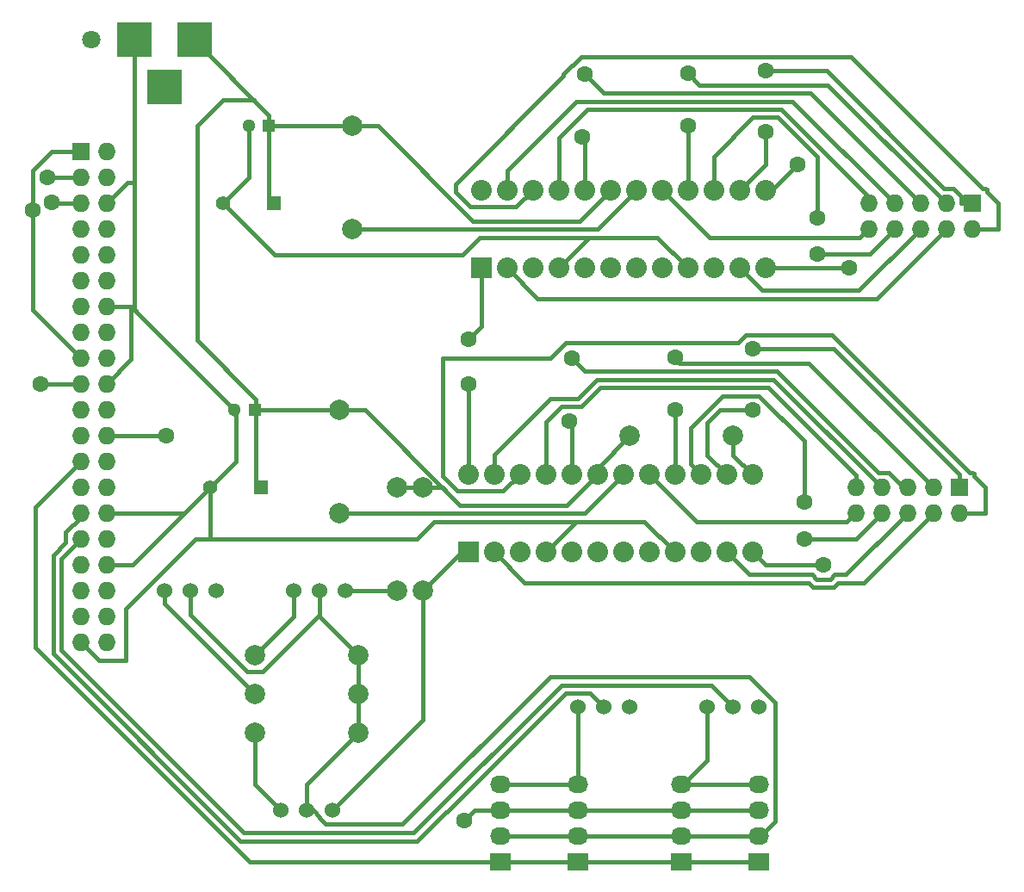
<source format=gbr>
G04 #@! TF.FileFunction,Copper,L2,Bot,Signal*
%FSLAX46Y46*%
G04 Gerber Fmt 4.6, Leading zero omitted, Abs format (unit mm)*
G04 Created by KiCad (PCBNEW 4.0.2-stable) date 31/08/2016 08:47:27*
%MOMM*%
G01*
G04 APERTURE LIST*
%ADD10C,0.100000*%
%ADD11R,1.400000X1.400000*%
%ADD12C,1.400000*%
%ADD13R,1.300000X1.300000*%
%ADD14C,1.300000*%
%ADD15R,3.500120X3.500120*%
%ADD16C,1.800000*%
%ADD17R,2.032000X1.727200*%
%ADD18O,2.032000X1.727200*%
%ADD19R,1.727200X1.727200*%
%ADD20O,1.727200X1.727200*%
%ADD21C,1.524000*%
%ADD22C,1.998980*%
%ADD23R,2.032000X2.032000*%
%ADD24C,2.032000*%
%ADD25C,1.600000*%
%ADD26C,0.400000*%
G04 APERTURE END LIST*
D10*
D11*
X107235000Y-120650000D03*
D12*
X102235000Y-120650000D03*
D13*
X106680000Y-113030000D03*
D14*
X104680000Y-113030000D03*
D11*
X108505000Y-92710000D03*
D12*
X103505000Y-92710000D03*
D13*
X108045000Y-85090000D03*
D14*
X106045000Y-85090000D03*
D15*
X100790140Y-76581000D03*
X94790660Y-76581000D03*
X97790400Y-81280000D03*
D16*
X90590000Y-76581000D03*
D17*
X130810000Y-157480000D03*
D18*
X130810000Y-154940000D03*
X130810000Y-152400000D03*
X130810000Y-149860000D03*
D17*
X156210000Y-157480000D03*
D18*
X156210000Y-154940000D03*
X156210000Y-152400000D03*
X156210000Y-149860000D03*
D17*
X138430000Y-157480000D03*
D18*
X138430000Y-154940000D03*
X138430000Y-152400000D03*
X138430000Y-149860000D03*
D17*
X148590000Y-157480000D03*
D18*
X148590000Y-154940000D03*
X148590000Y-152400000D03*
X148590000Y-149860000D03*
D19*
X175895000Y-120650000D03*
D20*
X175895000Y-123190000D03*
X173355000Y-120650000D03*
X173355000Y-123190000D03*
X170815000Y-120650000D03*
X170815000Y-123190000D03*
X168275000Y-120650000D03*
X168275000Y-123190000D03*
X165735000Y-120650000D03*
X165735000Y-123190000D03*
D19*
X177165000Y-92710000D03*
D20*
X177165000Y-95250000D03*
X174625000Y-92710000D03*
X174625000Y-95250000D03*
X172085000Y-92710000D03*
X172085000Y-95250000D03*
X169545000Y-92710000D03*
X169545000Y-95250000D03*
X167005000Y-92710000D03*
X167005000Y-95250000D03*
D21*
X113030000Y-130810000D03*
X110490000Y-130810000D03*
X115570000Y-130810000D03*
X100330000Y-130810000D03*
X97790000Y-130810000D03*
X102870000Y-130810000D03*
X111760000Y-152400000D03*
X109220000Y-152400000D03*
X114300000Y-152400000D03*
X140970000Y-142240000D03*
X138430000Y-142240000D03*
X143510000Y-142240000D03*
X153670000Y-142240000D03*
X151130000Y-142240000D03*
X156210000Y-142240000D03*
D22*
X116840000Y-137160000D03*
X106680000Y-137160000D03*
X120650000Y-120650000D03*
X120650000Y-130810000D03*
X116840000Y-140970000D03*
X106680000Y-140970000D03*
X143510000Y-115570000D03*
X153670000Y-115570000D03*
X116840000Y-144780000D03*
X106680000Y-144780000D03*
X123190000Y-120650000D03*
X123190000Y-130810000D03*
X114935000Y-113030000D03*
X114935000Y-123190000D03*
X116205000Y-85090000D03*
X116205000Y-95250000D03*
D19*
X89535000Y-87630000D03*
D20*
X92075000Y-87630000D03*
X89535000Y-90170000D03*
X92075000Y-90170000D03*
X89535000Y-92710000D03*
X92075000Y-92710000D03*
X89535000Y-95250000D03*
X92075000Y-95250000D03*
X89535000Y-97790000D03*
X92075000Y-97790000D03*
X89535000Y-100330000D03*
X92075000Y-100330000D03*
X89535000Y-102870000D03*
X92075000Y-102870000D03*
X89535000Y-105410000D03*
X92075000Y-105410000D03*
X89535000Y-107950000D03*
X92075000Y-107950000D03*
X89535000Y-110490000D03*
X92075000Y-110490000D03*
X89535000Y-113030000D03*
X92075000Y-113030000D03*
X89535000Y-115570000D03*
X92075000Y-115570000D03*
X89535000Y-118110000D03*
X92075000Y-118110000D03*
X89535000Y-120650000D03*
X92075000Y-120650000D03*
X89535000Y-123190000D03*
X92075000Y-123190000D03*
X89535000Y-125730000D03*
X92075000Y-125730000D03*
X89535000Y-128270000D03*
X92075000Y-128270000D03*
X89535000Y-130810000D03*
X92075000Y-130810000D03*
X89535000Y-133350000D03*
X92075000Y-133350000D03*
X89535000Y-135890000D03*
X92075000Y-135890000D03*
D23*
X127635000Y-127000000D03*
D24*
X130175000Y-127000000D03*
X132715000Y-127000000D03*
X135255000Y-127000000D03*
X137795000Y-127000000D03*
X140335000Y-127000000D03*
X142875000Y-127000000D03*
X145415000Y-127000000D03*
X147955000Y-127000000D03*
X150495000Y-127000000D03*
X153035000Y-127000000D03*
X155575000Y-127000000D03*
X155575000Y-119380000D03*
X153035000Y-119380000D03*
X150495000Y-119380000D03*
X147955000Y-119380000D03*
X145415000Y-119380000D03*
X142875000Y-119380000D03*
X140335000Y-119380000D03*
X137795000Y-119380000D03*
X135255000Y-119380000D03*
X132715000Y-119380000D03*
X130175000Y-119380000D03*
X127635000Y-119380000D03*
D23*
X128905000Y-99060000D03*
D24*
X131445000Y-99060000D03*
X133985000Y-99060000D03*
X136525000Y-99060000D03*
X139065000Y-99060000D03*
X141605000Y-99060000D03*
X144145000Y-99060000D03*
X146685000Y-99060000D03*
X149225000Y-99060000D03*
X151765000Y-99060000D03*
X154305000Y-99060000D03*
X156845000Y-99060000D03*
X156845000Y-91440000D03*
X154305000Y-91440000D03*
X151765000Y-91440000D03*
X149225000Y-91440000D03*
X146685000Y-91440000D03*
X144145000Y-91440000D03*
X141605000Y-91440000D03*
X139065000Y-91440000D03*
X136525000Y-91440000D03*
X133985000Y-91440000D03*
X131445000Y-91440000D03*
X128905000Y-91440000D03*
D25*
X84813514Y-93393816D03*
X86229980Y-90170000D03*
X127281963Y-153388037D03*
X155575000Y-107029937D03*
X155575000Y-113030019D03*
X147955000Y-107829947D03*
X147955000Y-113030000D03*
X137585029Y-114090033D03*
X137795000Y-107950000D03*
X160655000Y-122050020D03*
X160655000Y-125730000D03*
X156845000Y-79670031D03*
X156845000Y-85670093D03*
X149225000Y-85090000D03*
X149225000Y-79889947D03*
X139065000Y-80010000D03*
X138855029Y-86150033D03*
X161925000Y-97659980D03*
X161925000Y-94110020D03*
X97920020Y-115570000D03*
X162560000Y-128270000D03*
X165100000Y-99060000D03*
X160020000Y-88900000D03*
X85613542Y-110490000D03*
X86671379Y-92653287D03*
X127635000Y-106045000D03*
X127635000Y-110490000D03*
D26*
X124460000Y-120650000D02*
X125095000Y-120650000D01*
X125095000Y-120650000D02*
X125730000Y-121285000D01*
X123190000Y-120650000D02*
X124460000Y-120650000D01*
X102235000Y-78230000D02*
X106680000Y-82675000D01*
X100790140Y-76581000D02*
X100790140Y-76785140D01*
X100790140Y-76785140D02*
X102235000Y-78230000D01*
X117475000Y-113030000D02*
X125730000Y-121285000D01*
X125730000Y-121285000D02*
X126834989Y-122389989D01*
X120650000Y-120650000D02*
X125095000Y-120650000D01*
X143510000Y-115570000D02*
X140335000Y-118745000D01*
X140335000Y-118745000D02*
X140335000Y-119380000D01*
X108045000Y-84040000D02*
X106680000Y-82675000D01*
X106680000Y-82675000D02*
X106555000Y-82550000D01*
X108045000Y-85090000D02*
X108045000Y-84040000D01*
X106555000Y-82550000D02*
X103505000Y-82550000D01*
X106775000Y-111980000D02*
X106775000Y-113030000D01*
X103505000Y-82550000D02*
X100965000Y-85090000D01*
X100965000Y-85090000D02*
X100965000Y-106170000D01*
X100965000Y-106170000D02*
X106775000Y-111980000D01*
X108045000Y-85090000D02*
X108045000Y-92250000D01*
X108045000Y-92250000D02*
X108505000Y-92710000D01*
X116205000Y-85090000D02*
X108045000Y-85090000D01*
X116205000Y-85090000D02*
X118745000Y-85090000D01*
X118745000Y-85090000D02*
X128104989Y-94449989D01*
X128104989Y-94449989D02*
X138595011Y-94449989D01*
X138595011Y-94449989D02*
X141605000Y-91440000D01*
X106775000Y-120190000D02*
X107235000Y-120650000D01*
X106775000Y-113030000D02*
X106775000Y-120190000D01*
X114935000Y-113030000D02*
X106775000Y-113030000D01*
X114935000Y-113030000D02*
X117475000Y-113030000D01*
X126834989Y-122389989D02*
X137325011Y-122389989D01*
X137325011Y-122389989D02*
X140335000Y-119380000D01*
X85090000Y-136386384D02*
X85090000Y-122555000D01*
X85090000Y-122555000D02*
X89535000Y-118110000D01*
X106183616Y-157480000D02*
X85090000Y-136386384D01*
X130810000Y-157480000D02*
X106183616Y-157480000D01*
X138430000Y-157480000D02*
X130810000Y-157480000D01*
X148590000Y-157480000D02*
X138430000Y-157480000D01*
X156210000Y-157480000D02*
X148590000Y-157480000D01*
X94790660Y-90629340D02*
X94790660Y-90805000D01*
X94790660Y-78731060D02*
X94790660Y-90805000D01*
X94790660Y-90805000D02*
X94790660Y-103140660D01*
X94790660Y-76581000D02*
X94790660Y-78731060D01*
X103505000Y-92710000D02*
X108585000Y-97790000D01*
X108585000Y-97790000D02*
X127062998Y-97790000D01*
X127062998Y-97790000D02*
X128802987Y-96050011D01*
X128802987Y-96050011D02*
X139534989Y-96050011D01*
X93980000Y-137684238D02*
X91329238Y-137684238D01*
X91329238Y-137684238D02*
X89535000Y-135890000D01*
X100854238Y-125730000D02*
X93980000Y-132604238D01*
X102235000Y-125730000D02*
X100854238Y-125730000D01*
X93980000Y-132604238D02*
X93980000Y-137684238D01*
X99695000Y-123190000D02*
X101600000Y-121285000D01*
X101600000Y-121285000D02*
X102235000Y-120650000D01*
X92075000Y-128270000D02*
X94615000Y-128270000D01*
X94615000Y-128270000D02*
X101600000Y-121285000D01*
X92075000Y-123190000D02*
X99695000Y-123190000D01*
X92075000Y-110490000D02*
X94520000Y-108045000D01*
X94520000Y-108045000D02*
X94520000Y-102870000D01*
X94790660Y-103140660D02*
X95250000Y-103600000D01*
X95250000Y-103600000D02*
X104680000Y-113030000D01*
X92075000Y-102870000D02*
X94520000Y-102870000D01*
X94520000Y-102870000D02*
X95250000Y-103600000D01*
X94790660Y-90629340D02*
X94155660Y-90629340D01*
X94155660Y-90629340D02*
X92075000Y-92710000D01*
X138264989Y-123990011D02*
X124294989Y-123990011D01*
X124294989Y-123990011D02*
X122555000Y-125730000D01*
X102235000Y-125730000D02*
X102235000Y-120650000D01*
X122555000Y-125730000D02*
X102235000Y-125730000D01*
X156210000Y-157480000D02*
X156362400Y-157480000D01*
X106045000Y-85090000D02*
X106045000Y-90170000D01*
X106045000Y-90170000D02*
X103505000Y-92710000D01*
X136525000Y-99060000D02*
X139534989Y-96050011D01*
X139534989Y-96050011D02*
X146215011Y-96050011D01*
X146215011Y-96050011D02*
X149225000Y-99060000D01*
X104775000Y-118110000D02*
X102235000Y-120650000D01*
X104775000Y-113030000D02*
X104775000Y-118110000D01*
X135255000Y-127000000D02*
X138264989Y-123990011D01*
X138264989Y-123990011D02*
X144945011Y-123990011D01*
X144945011Y-123990011D02*
X147955000Y-127000000D01*
X84813514Y-89514462D02*
X84813514Y-92262446D01*
X89535000Y-87630000D02*
X86697976Y-87630000D01*
X84813514Y-103228514D02*
X84813514Y-94525186D01*
X84813514Y-94525186D02*
X84813514Y-93393816D01*
X89535000Y-107950000D02*
X84813514Y-103228514D01*
X86697976Y-87630000D02*
X84813514Y-89514462D01*
X84813514Y-92262446D02*
X84813514Y-93393816D01*
X111760000Y-152400000D02*
X112395000Y-152400000D01*
X112395000Y-152400000D02*
X113030000Y-153035000D01*
X113030000Y-153035000D02*
X113030000Y-153145762D01*
X113030000Y-153145762D02*
X113646239Y-153762001D01*
X113646239Y-153762001D02*
X121192999Y-153762001D01*
X121192999Y-153762001D02*
X135677023Y-139277978D01*
X135677023Y-139277978D02*
X155263740Y-139277978D01*
X157826010Y-153476390D02*
X156362400Y-154940000D01*
X155263740Y-139277978D02*
X157826010Y-141840248D01*
X157826010Y-141840248D02*
X157826010Y-153476390D01*
X156362400Y-154940000D02*
X156210000Y-154940000D01*
X100330000Y-130810000D02*
X100330000Y-133177248D01*
X100330000Y-133177248D02*
X105912243Y-138759491D01*
X105912243Y-138759491D02*
X107447757Y-138759491D01*
X107447757Y-138759491D02*
X113030000Y-133177248D01*
X113030000Y-133177248D02*
X113030000Y-130810000D01*
X111760000Y-152400000D02*
X111760000Y-149860000D01*
X111760000Y-149860000D02*
X116840000Y-144780000D01*
X113030000Y-130810000D02*
X113030000Y-133350000D01*
X113030000Y-133350000D02*
X116840000Y-137160000D01*
X116840000Y-137160000D02*
X116840000Y-140970000D01*
X116840000Y-140970000D02*
X116840000Y-144780000D01*
X148590000Y-154940000D02*
X156210000Y-154940000D01*
X138430000Y-154940000D02*
X130810000Y-154940000D01*
X148590000Y-154940000D02*
X138430000Y-154940000D01*
X89535000Y-90170000D02*
X86229980Y-90170000D01*
X128081962Y-152588038D02*
X127281963Y-153388037D01*
X128270000Y-152400000D02*
X128081962Y-152588038D01*
X130810000Y-152400000D02*
X128270000Y-152400000D01*
X130810000Y-152400000D02*
X130657600Y-152400000D01*
X156210000Y-152400000D02*
X148590000Y-152400000D01*
X138430000Y-152400000D02*
X148590000Y-152400000D01*
X130810000Y-152400000D02*
X138430000Y-152400000D01*
X138430000Y-149860000D02*
X138430000Y-142240000D01*
X130810000Y-149860000D02*
X138430000Y-149860000D01*
X151130000Y-142240000D02*
X151130000Y-147472400D01*
X151130000Y-147472400D02*
X148742400Y-149860000D01*
X148742400Y-149860000D02*
X148590000Y-149860000D01*
X156210000Y-149860000D02*
X148590000Y-149860000D01*
X152399981Y-113030019D02*
X155575000Y-113030019D01*
X153035000Y-119380000D02*
X151130000Y-117475000D01*
X151130000Y-117475000D02*
X151130000Y-114300000D01*
X151130000Y-114300000D02*
X152399981Y-113030019D01*
X175895000Y-119386400D02*
X163538537Y-107029937D01*
X175895000Y-120650000D02*
X175895000Y-119386400D01*
X163538537Y-107029937D02*
X155575000Y-107029937D01*
X175895000Y-123190000D02*
X178435000Y-123190000D01*
X177358601Y-119306399D02*
X177238601Y-119186399D01*
X137243051Y-106429945D02*
X135722996Y-107950000D01*
X178435000Y-123190000D02*
X178435000Y-120650000D01*
X178435000Y-120650000D02*
X177358601Y-119573601D01*
X177358601Y-119573601D02*
X177358601Y-119306399D01*
X176971399Y-119186399D02*
X163414935Y-105629935D01*
X154174998Y-106429945D02*
X137243051Y-106429945D01*
X125095000Y-119518614D02*
X126572387Y-120996001D01*
X177238601Y-119186399D02*
X176971399Y-119186399D01*
X163414935Y-105629935D02*
X154975008Y-105629935D01*
X154975008Y-105629935D02*
X154174998Y-106429945D01*
X135722996Y-107950000D02*
X125095000Y-107950000D01*
X131098999Y-120996001D02*
X132715000Y-119380000D01*
X125095000Y-107950000D02*
X125095000Y-119518614D01*
X126572387Y-120996001D02*
X131098999Y-120996001D01*
X161134957Y-108429957D02*
X148434956Y-108429956D01*
X173355000Y-120650000D02*
X161134957Y-108429957D01*
X148434956Y-108429956D02*
X147955000Y-107950000D01*
X147955000Y-107950000D02*
X147955000Y-107829947D01*
X147955000Y-113030000D02*
X147955000Y-119380000D01*
X133184989Y-130009989D02*
X130175000Y-127000000D01*
X161096601Y-130009989D02*
X133184989Y-130009989D01*
X164023399Y-130009989D02*
X163563376Y-130470012D01*
X166535011Y-130009989D02*
X164023399Y-130009989D01*
X173355000Y-123190000D02*
X166535011Y-130009989D01*
X163563376Y-130470012D02*
X161556623Y-130470011D01*
X161556623Y-130470011D02*
X161096601Y-130009989D01*
X137795000Y-119380000D02*
X137795000Y-114300004D01*
X137795000Y-114300004D02*
X137585029Y-114090033D01*
X157986351Y-109229967D02*
X139074966Y-109229966D01*
X170441130Y-120650000D02*
X168977529Y-119186399D01*
X168977529Y-119186399D02*
X167942783Y-119186399D01*
X167942783Y-119186399D02*
X157986351Y-109229967D01*
X170815000Y-120650000D02*
X170441130Y-120650000D01*
X139074966Y-109229966D02*
X137795000Y-107950000D01*
X161427976Y-129209978D02*
X155244978Y-129209978D01*
X163692024Y-129209978D02*
X163232001Y-129670001D01*
X164795022Y-129209978D02*
X163692024Y-129209978D01*
X155244978Y-129209978D02*
X153035000Y-127000000D01*
X163232001Y-129670001D02*
X161887999Y-129670001D01*
X170815000Y-123190000D02*
X164795022Y-129209978D01*
X161887999Y-129670001D02*
X161427976Y-129209978D01*
X130175000Y-117446610D02*
X130175000Y-119380000D01*
X135731604Y-111890006D02*
X130175000Y-117446610D01*
X138467002Y-111890006D02*
X135731604Y-111890006D01*
X140327031Y-110029977D02*
X138467002Y-111890006D01*
X157654977Y-110029977D02*
X140327031Y-110029977D01*
X168275000Y-120650000D02*
X157654977Y-110029977D01*
X160655000Y-116037986D02*
X160655000Y-122050020D01*
X156247013Y-111629999D02*
X160655000Y-116037986D01*
X149479001Y-114819613D02*
X152668615Y-111629999D01*
X152668615Y-111629999D02*
X156247013Y-111629999D01*
X149479001Y-118364001D02*
X149479001Y-114819613D01*
X150495000Y-119380000D02*
X149479001Y-118364001D01*
X165735000Y-125730000D02*
X160655000Y-125730000D01*
X168275000Y-123190000D02*
X165735000Y-125730000D01*
X135255000Y-114226635D02*
X135255000Y-119380000D01*
X136791622Y-112690013D02*
X135255000Y-114226635D01*
X138798377Y-112690014D02*
X136791622Y-112690013D01*
X140658403Y-110829988D02*
X138798377Y-112690014D01*
X165735000Y-119428686D02*
X157136302Y-110829988D01*
X165735000Y-120650000D02*
X165735000Y-119428686D01*
X157136302Y-110829988D02*
X140658403Y-110829988D01*
X150088599Y-124053599D02*
X145415000Y-119380000D01*
X164871401Y-124053599D02*
X150088599Y-124053599D01*
X165735000Y-123190000D02*
X164871401Y-124053599D01*
X177165000Y-92710000D02*
X176088601Y-92710000D01*
X176088601Y-92710000D02*
X176088601Y-92007471D01*
X176088601Y-92007471D02*
X175327529Y-91246399D01*
X175327529Y-91246399D02*
X174431399Y-91246399D01*
X174431399Y-91246399D02*
X162855031Y-79670031D01*
X162855031Y-79670031D02*
X156845000Y-79670031D01*
X156845000Y-88900000D02*
X156845000Y-85670093D01*
X154305000Y-91440000D02*
X156845000Y-88900000D01*
X177165000Y-95250000D02*
X179705000Y-95250000D01*
X138732966Y-78270030D02*
X136992996Y-80010000D01*
X127842387Y-93056001D02*
X132368999Y-93056001D01*
X179705000Y-95250000D02*
X179705000Y-92710000D01*
X178508601Y-91246399D02*
X178241399Y-91246399D01*
X136992996Y-80010000D02*
X136992996Y-80177004D01*
X179705000Y-92710000D02*
X178628601Y-91633601D01*
X178628601Y-91633601D02*
X178628601Y-91366399D01*
X178628601Y-91366399D02*
X178508601Y-91246399D01*
X136992996Y-80177004D02*
X126365000Y-90805000D01*
X178241399Y-91246399D02*
X165265030Y-78270030D01*
X165265030Y-78270030D02*
X138732966Y-78270030D01*
X126365000Y-90805000D02*
X126365000Y-91578614D01*
X126365000Y-91578614D02*
X127842387Y-93056001D01*
X132368999Y-93056001D02*
X133985000Y-91440000D01*
X150405085Y-81070032D02*
X149225000Y-79889947D01*
X162985032Y-81070032D02*
X150405085Y-81070032D01*
X174625000Y-92710000D02*
X162985032Y-81070032D01*
X149225000Y-85090000D02*
X149225000Y-91440000D01*
X134454989Y-102069989D02*
X131445000Y-99060000D01*
X174625000Y-95250000D02*
X167805011Y-102069989D01*
X167805011Y-102069989D02*
X134454989Y-102069989D01*
X140925043Y-81870043D02*
X139065000Y-80010000D01*
X161245043Y-81870043D02*
X140925043Y-81870043D01*
X172085000Y-92710000D02*
X161245043Y-81870043D01*
X139065000Y-91440000D02*
X139065000Y-86360004D01*
X139065000Y-86360004D02*
X138855029Y-86150033D01*
X156514978Y-101269978D02*
X154305000Y-99060000D01*
X166065022Y-101269978D02*
X156514978Y-101269978D01*
X172085000Y-95250000D02*
X166065022Y-101269978D01*
X138281557Y-82670053D02*
X131445000Y-89506610D01*
X169545000Y-92710000D02*
X159505053Y-82670053D01*
X159505053Y-82670053D02*
X138281557Y-82670053D01*
X131445000Y-89506610D02*
X131445000Y-91440000D01*
X161925000Y-92978650D02*
X161925000Y-94110020D01*
X158068689Y-84270075D02*
X161925000Y-88126386D01*
X155592922Y-84270075D02*
X158068689Y-84270075D01*
X151765000Y-91440000D02*
X151765000Y-88097996D01*
X151765000Y-88097996D02*
X155592922Y-84270075D01*
X161925000Y-88126386D02*
X161925000Y-92978650D01*
X167135020Y-97659980D02*
X161925000Y-97659980D01*
X169545000Y-95250000D02*
X167135020Y-97659980D01*
X167005000Y-92075000D02*
X158400064Y-83470064D01*
X136525000Y-86286635D02*
X136525000Y-91440000D01*
X167005000Y-92710000D02*
X167005000Y-92075000D01*
X158400064Y-83470064D02*
X139341571Y-83470064D01*
X139341571Y-83470064D02*
X136525000Y-86286635D01*
X151358599Y-96113599D02*
X146685000Y-91440000D01*
X166141401Y-96113599D02*
X151358599Y-96113599D01*
X167005000Y-95250000D02*
X166141401Y-96113599D01*
X92075000Y-115570000D02*
X97920020Y-115570000D01*
X110490000Y-130810000D02*
X110490000Y-133350000D01*
X110490000Y-133350000D02*
X106680000Y-137160000D01*
X162560000Y-128270000D02*
X156845000Y-128270000D01*
X156845000Y-128270000D02*
X155575000Y-127000000D01*
X156845000Y-99060000D02*
X165100000Y-99060000D01*
X115570000Y-130810000D02*
X120650000Y-130810000D01*
X106680000Y-140970000D02*
X97790000Y-132080000D01*
X97790000Y-132080000D02*
X97790000Y-130810000D01*
X160020000Y-88900000D02*
X157480000Y-91440000D01*
X157480000Y-91440000D02*
X156845000Y-91440000D01*
X153670000Y-115570000D02*
X153670000Y-117475000D01*
X153670000Y-117475000D02*
X155575000Y-119380000D01*
X89535000Y-110490000D02*
X85613542Y-110490000D01*
X106680000Y-144780000D02*
X106680000Y-149860000D01*
X106680000Y-149860000D02*
X109220000Y-152400000D01*
X123190000Y-130810000D02*
X127000000Y-127000000D01*
X127000000Y-127000000D02*
X127635000Y-127000000D01*
X123190000Y-130810000D02*
X123190000Y-143510000D01*
X123190000Y-143510000D02*
X114300000Y-152400000D01*
X140208001Y-141478001D02*
X140970000Y-142240000D01*
X89535000Y-123190000D02*
X89535000Y-123563870D01*
X139607999Y-140877999D02*
X140208001Y-141478001D01*
X137252001Y-140877999D02*
X139607999Y-140877999D01*
X125449077Y-152542307D02*
X125587693Y-152542307D01*
X125587693Y-152542307D02*
X137252001Y-140877999D01*
X122581396Y-155409988D02*
X125449077Y-152542307D01*
X105244990Y-155409988D02*
X122581396Y-155409988D01*
X86829990Y-136994988D02*
X105244990Y-155409988D01*
X86829990Y-127303626D02*
X86829990Y-136994988D01*
X88071399Y-126062217D02*
X86829990Y-127303626D01*
X88071399Y-125027471D02*
X88071399Y-126062217D01*
X89535000Y-123563870D02*
X88071399Y-125027471D01*
X86728092Y-92710000D02*
X86671379Y-92653287D01*
X89535000Y-92710000D02*
X86728092Y-92710000D01*
X87630000Y-127635000D02*
X87630000Y-136663614D01*
X122250022Y-154609978D02*
X136782013Y-140077988D01*
X151507988Y-140077988D02*
X152908001Y-141478001D01*
X152908001Y-141478001D02*
X153670000Y-142240000D01*
X136782013Y-140077988D02*
X151507988Y-140077988D01*
X105576364Y-154609978D02*
X122250022Y-154609978D01*
X89535000Y-125730000D02*
X87630000Y-127635000D01*
X87630000Y-136663614D02*
X105576364Y-154609978D01*
X139065000Y-123190000D02*
X114935000Y-123190000D01*
X142875000Y-119380000D02*
X139065000Y-123190000D01*
X116205000Y-95250000D02*
X140335000Y-95250000D01*
X144145000Y-91440000D02*
X140335000Y-95250000D01*
X127635000Y-106045000D02*
X128905000Y-104775000D01*
X128905000Y-104775000D02*
X128905000Y-99060000D01*
X127635000Y-119380000D02*
X127635000Y-110490000D01*
M02*

</source>
